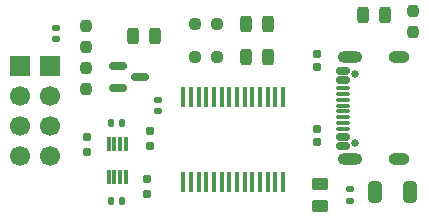
<source format=gts>
%TF.GenerationSoftware,KiCad,Pcbnew,9.0.1-9.0.1-0~ubuntu24.10.1*%
%TF.CreationDate,2025-04-24T18:54:48+02:00*%
%TF.ProjectId,usb_uart_1V8,7573625f-7561-4727-945f-3156382e6b69,0.5*%
%TF.SameCoordinates,Original*%
%TF.FileFunction,Soldermask,Top*%
%TF.FilePolarity,Negative*%
%FSLAX46Y46*%
G04 Gerber Fmt 4.6, Leading zero omitted, Abs format (unit mm)*
G04 Created by KiCad (PCBNEW 9.0.1-9.0.1-0~ubuntu24.10.1) date 2025-04-24 18:54:48*
%MOMM*%
%LPD*%
G01*
G04 APERTURE LIST*
G04 Aperture macros list*
%AMRoundRect*
0 Rectangle with rounded corners*
0 $1 Rounding radius*
0 $2 $3 $4 $5 $6 $7 $8 $9 X,Y pos of 4 corners*
0 Add a 4 corners polygon primitive as box body*
4,1,4,$2,$3,$4,$5,$6,$7,$8,$9,$2,$3,0*
0 Add four circle primitives for the rounded corners*
1,1,$1+$1,$2,$3*
1,1,$1+$1,$4,$5*
1,1,$1+$1,$6,$7*
1,1,$1+$1,$8,$9*
0 Add four rect primitives between the rounded corners*
20,1,$1+$1,$2,$3,$4,$5,0*
20,1,$1+$1,$4,$5,$6,$7,0*
20,1,$1+$1,$6,$7,$8,$9,0*
20,1,$1+$1,$8,$9,$2,$3,0*%
G04 Aperture macros list end*
%ADD10RoundRect,0.155000X0.155000X-0.212500X0.155000X0.212500X-0.155000X0.212500X-0.155000X-0.212500X0*%
%ADD11RoundRect,0.155000X-0.155000X0.212500X-0.155000X-0.212500X0.155000X-0.212500X0.155000X0.212500X0*%
%ADD12C,0.650000*%
%ADD13RoundRect,0.150000X0.425000X-0.150000X0.425000X0.150000X-0.425000X0.150000X-0.425000X-0.150000X0*%
%ADD14RoundRect,0.075000X0.500000X-0.075000X0.500000X0.075000X-0.500000X0.075000X-0.500000X-0.075000X0*%
%ADD15O,2.100000X1.000000*%
%ADD16O,1.800000X1.000000*%
%ADD17RoundRect,0.250000X-0.450000X0.262500X-0.450000X-0.262500X0.450000X-0.262500X0.450000X0.262500X0*%
%ADD18RoundRect,0.160000X0.160000X-0.197500X0.160000X0.197500X-0.160000X0.197500X-0.160000X-0.197500X0*%
%ADD19RoundRect,0.150000X-0.587500X-0.150000X0.587500X-0.150000X0.587500X0.150000X-0.587500X0.150000X0*%
%ADD20RoundRect,0.243750X-0.243750X-0.456250X0.243750X-0.456250X0.243750X0.456250X-0.243750X0.456250X0*%
%ADD21RoundRect,0.237500X-0.237500X0.250000X-0.237500X-0.250000X0.237500X-0.250000X0.237500X0.250000X0*%
%ADD22RoundRect,0.140000X-0.140000X-0.170000X0.140000X-0.170000X0.140000X0.170000X-0.140000X0.170000X0*%
%ADD23RoundRect,0.250000X-0.325000X-0.650000X0.325000X-0.650000X0.325000X0.650000X-0.325000X0.650000X0*%
%ADD24RoundRect,0.140000X0.140000X0.170000X-0.140000X0.170000X-0.140000X-0.170000X0.140000X-0.170000X0*%
%ADD25RoundRect,0.140000X0.170000X-0.140000X0.170000X0.140000X-0.170000X0.140000X-0.170000X-0.140000X0*%
%ADD26RoundRect,0.237500X0.250000X0.237500X-0.250000X0.237500X-0.250000X-0.237500X0.250000X-0.237500X0*%
%ADD27RoundRect,0.140000X-0.170000X0.140000X-0.170000X-0.140000X0.170000X-0.140000X0.170000X0.140000X0*%
%ADD28R,1.700000X1.700000*%
%ADD29C,1.700000*%
%ADD30RoundRect,0.160000X-0.160000X0.197500X-0.160000X-0.197500X0.160000X-0.197500X0.160000X0.197500X0*%
%ADD31RoundRect,0.087500X0.087500X-0.537500X0.087500X0.537500X-0.087500X0.537500X-0.087500X-0.537500X0*%
%ADD32R,0.450000X1.750000*%
%ADD33RoundRect,0.243750X0.243750X0.456250X-0.243750X0.456250X-0.243750X-0.456250X0.243750X-0.456250X0*%
G04 APERTURE END LIST*
D10*
%TO.C,R10*%
X159766000Y-126043500D03*
X159766000Y-124908500D03*
%TD*%
D11*
%TO.C,R9*%
X159766000Y-131258500D03*
X159766000Y-132393500D03*
%TD*%
D12*
%TO.C,J1*%
X163003000Y-132430000D03*
X163003000Y-126650000D03*
D13*
X161928000Y-132740000D03*
X161928000Y-131940000D03*
D14*
X161928000Y-130790000D03*
X161928000Y-129790000D03*
X161928000Y-129290000D03*
X161928000Y-128290000D03*
D13*
X161928000Y-127140000D03*
X161928000Y-126340000D03*
X161928000Y-126340000D03*
X161928000Y-127140000D03*
D14*
X161928000Y-127790000D03*
X161928000Y-128790000D03*
X161928000Y-130290000D03*
X161928000Y-131290000D03*
D13*
X161928000Y-131940000D03*
X161928000Y-132740000D03*
D15*
X162503000Y-133860000D03*
D16*
X166683000Y-133860000D03*
D15*
X162503000Y-125220000D03*
D16*
X166683000Y-125220000D03*
%TD*%
D17*
%TO.C,FB1*%
X160020000Y-135953500D03*
X160020000Y-137778500D03*
%TD*%
D18*
%TO.C,R6*%
X140303000Y-133185500D03*
X140303000Y-131990500D03*
%TD*%
D19*
%TO.C,Q1*%
X142917758Y-125917742D03*
X142917758Y-127817742D03*
X144792758Y-126867742D03*
%TD*%
D20*
%TO.C,D2*%
X153748500Y-122428000D03*
X155623500Y-122428000D03*
%TD*%
D21*
%TO.C,R1*%
X167894000Y-121261500D03*
X167894000Y-123086500D03*
%TD*%
%TO.C,R7*%
X140221258Y-122531500D03*
X140221258Y-124356500D03*
%TD*%
D22*
%TO.C,C5*%
X142289000Y-130812258D03*
X143249000Y-130812258D03*
%TD*%
D20*
%TO.C,D4*%
X144187758Y-123444000D03*
X146062758Y-123444000D03*
%TD*%
D21*
%TO.C,R8*%
X140221258Y-126087500D03*
X140221258Y-127912500D03*
%TD*%
D23*
%TO.C,C2*%
X164641000Y-136652000D03*
X167591000Y-136652000D03*
%TD*%
D24*
%TO.C,C4*%
X143249000Y-137416258D03*
X142289000Y-137416258D03*
%TD*%
D25*
%TO.C,C1*%
X162560000Y-137346000D03*
X162560000Y-136386000D03*
%TD*%
D26*
%TO.C,R2*%
X151280500Y-122428000D03*
X149455500Y-122428000D03*
%TD*%
D27*
%TO.C,C3*%
X146304000Y-128806000D03*
X146304000Y-129766000D03*
%TD*%
D26*
%TO.C,R3*%
X151280500Y-125222000D03*
X149455500Y-125222000D03*
%TD*%
D20*
%TO.C,D3*%
X153748500Y-125222000D03*
X155623500Y-125222000D03*
%TD*%
D18*
%TO.C,R4*%
X145309000Y-136743758D03*
X145309000Y-135548758D03*
%TD*%
D25*
%TO.C,C6*%
X137668000Y-123670000D03*
X137668000Y-122710000D03*
%TD*%
D28*
%TO.C,J2*%
X134620000Y-125984000D03*
X137160000Y-125984000D03*
D29*
X134620000Y-128524000D03*
X137160000Y-128524000D03*
X134620000Y-131064000D03*
X137160000Y-131064000D03*
X134620000Y-133604000D03*
X137160000Y-133604000D03*
%TD*%
D30*
%TO.C,R5*%
X145563000Y-131484758D03*
X145563000Y-132679758D03*
%TD*%
D31*
%TO.C,U2*%
X142097000Y-135382000D03*
X142597000Y-135382000D03*
X143097000Y-135382000D03*
X143597000Y-135382000D03*
X143597000Y-132582000D03*
X143097000Y-132582000D03*
X142597000Y-132582000D03*
X142097000Y-132582000D03*
%TD*%
D32*
%TO.C,U1*%
X148429000Y-135735742D03*
X149079000Y-135735742D03*
X149729000Y-135735742D03*
X150379000Y-135735742D03*
X151029000Y-135735742D03*
X151679000Y-135735742D03*
X152329000Y-135735742D03*
X152979000Y-135735742D03*
X153629000Y-135735742D03*
X154279000Y-135735742D03*
X154929000Y-135735742D03*
X155579000Y-135735742D03*
X156229000Y-135735742D03*
X156879000Y-135735742D03*
X156879000Y-128535742D03*
X156229000Y-128535742D03*
X155579000Y-128535742D03*
X154929000Y-128535742D03*
X154279000Y-128535742D03*
X153629000Y-128535742D03*
X152979000Y-128535742D03*
X152329000Y-128535742D03*
X151679000Y-128535742D03*
X151029000Y-128535742D03*
X150379000Y-128535742D03*
X149729000Y-128535742D03*
X149079000Y-128535742D03*
X148429000Y-128535742D03*
%TD*%
D33*
%TO.C,D1*%
X165529500Y-121666000D03*
X163654500Y-121666000D03*
%TD*%
M02*

</source>
